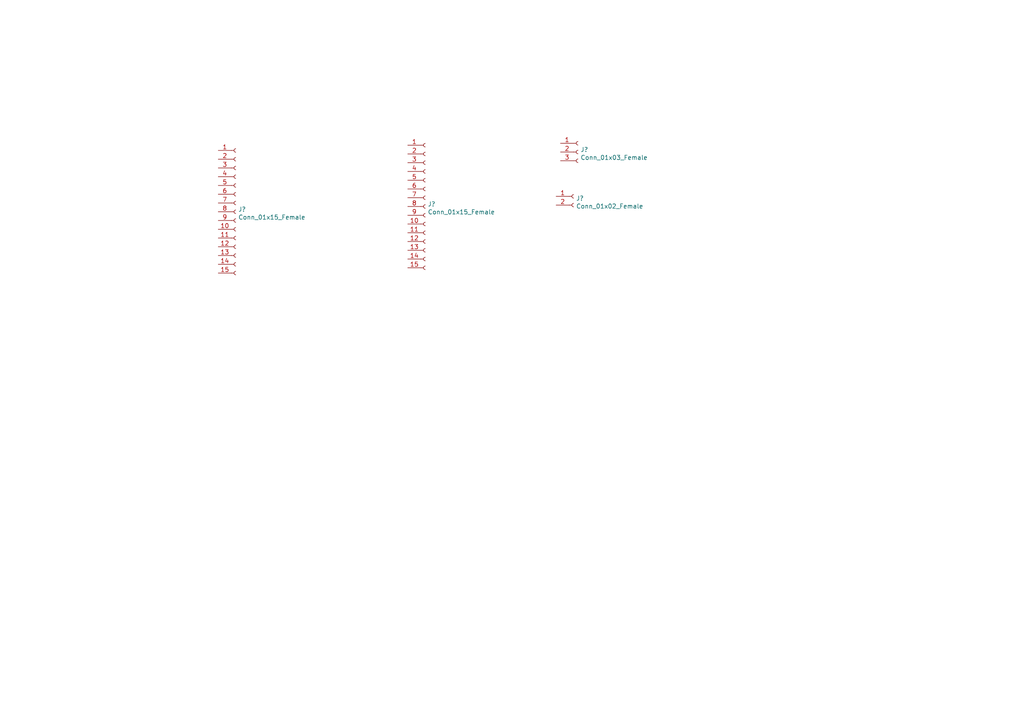
<source format=kicad_sch>
(kicad_sch (version 20200618) (host eeschema "(5.99.0-2284-ga2041073e)")

  (page 1 1)

  (paper "A4")

  (lib_symbols
    (symbol "Connector:Conn_01x02_Female" (pin_names hide)
      (property "Reference" "J" (id 0) (at 0 2.54 0)
        (effects (font (size 1.27 1.27)))
      )
      (property "Value" "Conn_01x02_Female" (id 1) (at 0 -5.08 0)
        (effects (font (size 1.27 1.27)))
      )
      (property "Footprint" "" (id 2) (at 0 0 0)
        (effects (font (size 1.27 1.27)) hide)
      )
      (property "Datasheet" "~" (id 3) (at 0 0 0)
        (effects (font (size 1.27 1.27)) hide)
      )
      (property "ki_keywords" "connector" (id 4) (at 0 0 0)
        (effects (font (size 1.27 1.27)) hide)
      )
      (property "ki_description" "Generic connector, single row, 01x02, script generated (kicad-library-utils/schlib/autogen/connector/)" (id 5) (at 0 0 0)
        (effects (font (size 1.27 1.27)) hide)
      )
      (property "ki_fp_filters" "Connector*:*_1x??_*" (id 6) (at 0 0 0)
        (effects (font (size 1.27 1.27)) hide)
      )
      (symbol "Conn_01x02_Female_1_1"
        (arc (start 0 -2.032) (end 0 -3.048) (radius (at 0 -2.54) (length 0.508) (angles 90.1 -90.1))
          (stroke (width 0.1524)) (fill (type none))
        )
        (arc (start 0 0.508) (end 0 -0.508) (radius (at 0 0) (length 0.508) (angles 90.1 -90.1))
          (stroke (width 0.1524)) (fill (type none))
        )
        (polyline
          (pts (xy -1.27 -2.54) (xy -0.508 -2.54))
          (stroke (width 0.1524)) (fill (type none))
        )
        (polyline
          (pts (xy -1.27 0) (xy -0.508 0))
          (stroke (width 0.1524)) (fill (type none))
        )
        (pin passive line (at -5.08 0 0) (length 3.81)
          (name "Pin_1" (effects (font (size 1.27 1.27))))
          (number "1" (effects (font (size 1.27 1.27))))
        )
        (pin passive line (at -5.08 -2.54 0) (length 3.81)
          (name "Pin_2" (effects (font (size 1.27 1.27))))
          (number "2" (effects (font (size 1.27 1.27))))
        )
      )
    )
    (symbol "Connector:Conn_01x03_Female" (pin_names hide)
      (property "Reference" "J" (id 0) (at 0 5.08 0)
        (effects (font (size 1.27 1.27)))
      )
      (property "Value" "Conn_01x03_Female" (id 1) (at 0 -5.08 0)
        (effects (font (size 1.27 1.27)))
      )
      (property "Footprint" "" (id 2) (at 0 0 0)
        (effects (font (size 1.27 1.27)) hide)
      )
      (property "Datasheet" "~" (id 3) (at 0 0 0)
        (effects (font (size 1.27 1.27)) hide)
      )
      (property "ki_keywords" "connector" (id 4) (at 0 0 0)
        (effects (font (size 1.27 1.27)) hide)
      )
      (property "ki_description" "Generic connector, single row, 01x03, script generated (kicad-library-utils/schlib/autogen/connector/)" (id 5) (at 0 0 0)
        (effects (font (size 1.27 1.27)) hide)
      )
      (property "ki_fp_filters" "Connector*:*_1x??_*" (id 6) (at 0 0 0)
        (effects (font (size 1.27 1.27)) hide)
      )
      (symbol "Conn_01x03_Female_1_1"
        (arc (start 0 -2.032) (end 0 -3.048) (radius (at 0 -2.54) (length 0.508) (angles 90.1 -90.1))
          (stroke (width 0.1524)) (fill (type none))
        )
        (arc (start 0 0.508) (end 0 -0.508) (radius (at 0 0) (length 0.508) (angles 90.1 -90.1))
          (stroke (width 0.1524)) (fill (type none))
        )
        (arc (start 0 3.048) (end 0 2.032) (radius (at 0 2.54) (length 0.508) (angles 90.1 -90.1))
          (stroke (width 0.1524)) (fill (type none))
        )
        (polyline
          (pts (xy -1.27 -2.54) (xy -0.508 -2.54))
          (stroke (width 0.1524)) (fill (type none))
        )
        (polyline
          (pts (xy -1.27 0) (xy -0.508 0))
          (stroke (width 0.1524)) (fill (type none))
        )
        (polyline
          (pts (xy -1.27 2.54) (xy -0.508 2.54))
          (stroke (width 0.1524)) (fill (type none))
        )
        (pin passive line (at -5.08 2.54 0) (length 3.81)
          (name "Pin_1" (effects (font (size 1.27 1.27))))
          (number "1" (effects (font (size 1.27 1.27))))
        )
        (pin passive line (at -5.08 0 0) (length 3.81)
          (name "Pin_2" (effects (font (size 1.27 1.27))))
          (number "2" (effects (font (size 1.27 1.27))))
        )
        (pin passive line (at -5.08 -2.54 0) (length 3.81)
          (name "Pin_3" (effects (font (size 1.27 1.27))))
          (number "3" (effects (font (size 1.27 1.27))))
        )
      )
    )
    (symbol "Connector:Conn_01x15_Female" (pin_names hide)
      (property "Reference" "J" (id 0) (at 0 20.32 0)
        (effects (font (size 1.27 1.27)))
      )
      (property "Value" "Conn_01x15_Female" (id 1) (at 0 -20.32 0)
        (effects (font (size 1.27 1.27)))
      )
      (property "Footprint" "" (id 2) (at 0 0 0)
        (effects (font (size 1.27 1.27)) hide)
      )
      (property "Datasheet" "~" (id 3) (at 0 0 0)
        (effects (font (size 1.27 1.27)) hide)
      )
      (property "ki_keywords" "connector" (id 4) (at 0 0 0)
        (effects (font (size 1.27 1.27)) hide)
      )
      (property "ki_description" "Generic connector, single row, 01x15, script generated (kicad-library-utils/schlib/autogen/connector/)" (id 5) (at 0 0 0)
        (effects (font (size 1.27 1.27)) hide)
      )
      (property "ki_fp_filters" "Connector*:*_1x??_*" (id 6) (at 0 0 0)
        (effects (font (size 1.27 1.27)) hide)
      )
      (symbol "Conn_01x15_Female_1_1"
        (arc (start 0 -17.272) (end 0 -18.288) (radius (at 0 -17.78) (length 0.508) (angles 90.1 -90.1))
          (stroke (width 0.1524)) (fill (type none))
        )
        (arc (start 0 -14.732) (end 0 -15.748) (radius (at 0 -15.24) (length 0.508) (angles 90.1 -90.1))
          (stroke (width 0.1524)) (fill (type none))
        )
        (arc (start 0 -12.192) (end 0 -13.208) (radius (at 0 -12.7) (length 0.508) (angles 90.1 -90.1))
          (stroke (width 0.1524)) (fill (type none))
        )
        (arc (start 0 -9.652) (end 0 -10.668) (radius (at 0 -10.16) (length 0.508) (angles 90.1 -90.1))
          (stroke (width 0.1524)) (fill (type none))
        )
        (arc (start 0 -7.112) (end 0 -8.128) (radius (at 0 -7.62) (length 0.508) (angles 90.1 -90.1))
          (stroke (width 0.1524)) (fill (type none))
        )
        (arc (start 0 -4.572) (end 0 -5.588) (radius (at 0 -5.08) (length 0.508) (angles 90.1 -90.1))
          (stroke (width 0.1524)) (fill (type none))
        )
        (arc (start 0 -2.032) (end 0 -3.048) (radius (at 0 -2.54) (length 0.508) (angles 90.1 -90.1))
          (stroke (width 0.1524)) (fill (type none))
        )
        (arc (start 0 0.508) (end 0 -0.508) (radius (at 0 0) (length 0.508) (angles 90.1 -90.1))
          (stroke (width 0.1524)) (fill (type none))
        )
        (arc (start 0 3.048) (end 0 2.032) (radius (at 0 2.54) (length 0.508) (angles 90.1 -90.1))
          (stroke (width 0.1524)) (fill (type none))
        )
        (arc (start 0 5.588) (end 0 4.572) (radius (at 0 5.08) (length 0.508) (angles 90.1 -90.1))
          (stroke (width 0.1524)) (fill (type none))
        )
        (arc (start 0 8.128) (end 0 7.112) (radius (at 0 7.62) (length 0.508) (angles 90.1 -90.1))
          (stroke (width 0.1524)) (fill (type none))
        )
        (arc (start 0 10.668) (end 0 9.652) (radius (at 0 10.16) (length 0.508) (angles 90.1 -90.1))
          (stroke (width 0.1524)) (fill (type none))
        )
        (arc (start 0 13.208) (end 0 12.192) (radius (at 0 12.7) (length 0.508) (angles 90.1 -90.1))
          (stroke (width 0.1524)) (fill (type none))
        )
        (arc (start 0 15.748) (end 0 14.732) (radius (at 0 15.24) (length 0.508) (angles 90.1 -90.1))
          (stroke (width 0.1524)) (fill (type none))
        )
        (arc (start 0 18.288) (end 0 17.272) (radius (at 0 17.78) (length 0.508) (angles 90.1 -90.1))
          (stroke (width 0.1524)) (fill (type none))
        )
        (polyline
          (pts (xy -1.27 -17.78) (xy -0.508 -17.78))
          (stroke (width 0.1524)) (fill (type none))
        )
        (polyline
          (pts (xy -1.27 -15.24) (xy -0.508 -15.24))
          (stroke (width 0.1524)) (fill (type none))
        )
        (polyline
          (pts (xy -1.27 -12.7) (xy -0.508 -12.7))
          (stroke (width 0.1524)) (fill (type none))
        )
        (polyline
          (pts (xy -1.27 -10.16) (xy -0.508 -10.16))
          (stroke (width 0.1524)) (fill (type none))
        )
        (polyline
          (pts (xy -1.27 -7.62) (xy -0.508 -7.62))
          (stroke (width 0.1524)) (fill (type none))
        )
        (polyline
          (pts (xy -1.27 -5.08) (xy -0.508 -5.08))
          (stroke (width 0.1524)) (fill (type none))
        )
        (polyline
          (pts (xy -1.27 -2.54) (xy -0.508 -2.54))
          (stroke (width 0.1524)) (fill (type none))
        )
        (polyline
          (pts (xy -1.27 0) (xy -0.508 0))
          (stroke (width 0.1524)) (fill (type none))
        )
        (polyline
          (pts (xy -1.27 2.54) (xy -0.508 2.54))
          (stroke (width 0.1524)) (fill (type none))
        )
        (polyline
          (pts (xy -1.27 5.08) (xy -0.508 5.08))
          (stroke (width 0.1524)) (fill (type none))
        )
        (polyline
          (pts (xy -1.27 7.62) (xy -0.508 7.62))
          (stroke (width 0.1524)) (fill (type none))
        )
        (polyline
          (pts (xy -1.27 10.16) (xy -0.508 10.16))
          (stroke (width 0.1524)) (fill (type none))
        )
        (polyline
          (pts (xy -1.27 12.7) (xy -0.508 12.7))
          (stroke (width 0.1524)) (fill (type none))
        )
        (polyline
          (pts (xy -1.27 15.24) (xy -0.508 15.24))
          (stroke (width 0.1524)) (fill (type none))
        )
        (polyline
          (pts (xy -1.27 17.78) (xy -0.508 17.78))
          (stroke (width 0.1524)) (fill (type none))
        )
        (pin passive line (at -5.08 17.78 0) (length 3.81)
          (name "Pin_1" (effects (font (size 1.27 1.27))))
          (number "1" (effects (font (size 1.27 1.27))))
        )
        (pin passive line (at -5.08 -5.08 0) (length 3.81)
          (name "Pin_10" (effects (font (size 1.27 1.27))))
          (number "10" (effects (font (size 1.27 1.27))))
        )
        (pin passive line (at -5.08 -7.62 0) (length 3.81)
          (name "Pin_11" (effects (font (size 1.27 1.27))))
          (number "11" (effects (font (size 1.27 1.27))))
        )
        (pin passive line (at -5.08 -10.16 0) (length 3.81)
          (name "Pin_12" (effects (font (size 1.27 1.27))))
          (number "12" (effects (font (size 1.27 1.27))))
        )
        (pin passive line (at -5.08 -12.7 0) (length 3.81)
          (name "Pin_13" (effects (font (size 1.27 1.27))))
          (number "13" (effects (font (size 1.27 1.27))))
        )
        (pin passive line (at -5.08 -15.24 0) (length 3.81)
          (name "Pin_14" (effects (font (size 1.27 1.27))))
          (number "14" (effects (font (size 1.27 1.27))))
        )
        (pin passive line (at -5.08 -17.78 0) (length 3.81)
          (name "Pin_15" (effects (font (size 1.27 1.27))))
          (number "15" (effects (font (size 1.27 1.27))))
        )
        (pin passive line (at -5.08 15.24 0) (length 3.81)
          (name "Pin_2" (effects (font (size 1.27 1.27))))
          (number "2" (effects (font (size 1.27 1.27))))
        )
        (pin passive line (at -5.08 12.7 0) (length 3.81)
          (name "Pin_3" (effects (font (size 1.27 1.27))))
          (number "3" (effects (font (size 1.27 1.27))))
        )
        (pin passive line (at -5.08 10.16 0) (length 3.81)
          (name "Pin_4" (effects (font (size 1.27 1.27))))
          (number "4" (effects (font (size 1.27 1.27))))
        )
        (pin passive line (at -5.08 7.62 0) (length 3.81)
          (name "Pin_5" (effects (font (size 1.27 1.27))))
          (number "5" (effects (font (size 1.27 1.27))))
        )
        (pin passive line (at -5.08 5.08 0) (length 3.81)
          (name "Pin_6" (effects (font (size 1.27 1.27))))
          (number "6" (effects (font (size 1.27 1.27))))
        )
        (pin passive line (at -5.08 2.54 0) (length 3.81)
          (name "Pin_7" (effects (font (size 1.27 1.27))))
          (number "7" (effects (font (size 1.27 1.27))))
        )
        (pin passive line (at -5.08 0 0) (length 3.81)
          (name "Pin_8" (effects (font (size 1.27 1.27))))
          (number "8" (effects (font (size 1.27 1.27))))
        )
        (pin passive line (at -5.08 -2.54 0) (length 3.81)
          (name "Pin_9" (effects (font (size 1.27 1.27))))
          (number "9" (effects (font (size 1.27 1.27))))
        )
      )
    )
  )


  (symbol (lib_id "Connector:Conn_01x02_Female") (at 166.37 56.9468 0) (unit 1)
    (in_bom yes) (on_board yes)
    (uuid "08579c87-aa00-4486-aa18-0281ec0f5beb")
    (property "Reference" "J?" (id 0) (at 167.0813 57.5246 0)
      (effects (font (size 1.27 1.27)) (justify left))
    )
    (property "Value" "Conn_01x02_Female" (id 1) (at 167.0813 59.8233 0)
      (effects (font (size 1.27 1.27)) (justify left))
    )
    (property "Footprint" "" (id 2) (at 166.37 56.9468 0)
      (effects (font (size 1.27 1.27)) hide)
    )
    (property "Datasheet" "~" (id 3) (at 166.37 56.9468 0)
      (effects (font (size 1.27 1.27)) hide)
    )
  )

  (symbol (lib_id "Connector:Conn_01x03_Female") (at 167.64 44.0944 0) (unit 1)
    (in_bom yes) (on_board yes)
    (uuid "5c7171cc-634c-48b4-97fe-53dbce3deae9")
    (property "Reference" "J?" (id 0) (at 168.3513 43.4022 0)
      (effects (font (size 1.27 1.27)) (justify left))
    )
    (property "Value" "Conn_01x03_Female" (id 1) (at 168.3513 45.7009 0)
      (effects (font (size 1.27 1.27)) (justify left))
    )
    (property "Footprint" "" (id 2) (at 167.64 44.0944 0)
      (effects (font (size 1.27 1.27)) hide)
    )
    (property "Datasheet" "~" (id 3) (at 167.64 44.0944 0)
      (effects (font (size 1.27 1.27)) hide)
    )
  )

  (symbol (lib_id "Connector:Conn_01x15_Female") (at 68.3768 61.4172 0) (unit 1)
    (in_bom yes) (on_board yes)
    (uuid "bc907d07-3d1b-41af-844b-257be792e6d7")
    (property "Reference" "J?" (id 0) (at 69.0881 60.725 0)
      (effects (font (size 1.27 1.27)) (justify left))
    )
    (property "Value" "Conn_01x15_Female" (id 1) (at 69.0881 63.0237 0)
      (effects (font (size 1.27 1.27)) (justify left))
    )
    (property "Footprint" "" (id 2) (at 68.3768 61.4172 0)
      (effects (font (size 1.27 1.27)) hide)
    )
    (property "Datasheet" "~" (id 3) (at 68.3768 61.4172 0)
      (effects (font (size 1.27 1.27)) hide)
    )
  )

  (symbol (lib_id "Connector:Conn_01x15_Female") (at 123.3424 59.8932 0) (unit 1)
    (in_bom yes) (on_board yes)
    (uuid "0d4cea35-2935-4d1a-955c-3db4234fdd29")
    (property "Reference" "J?" (id 0) (at 124.0537 59.201 0)
      (effects (font (size 1.27 1.27)) (justify left))
    )
    (property "Value" "Conn_01x15_Female" (id 1) (at 124.0537 61.4997 0)
      (effects (font (size 1.27 1.27)) (justify left))
    )
    (property "Footprint" "" (id 2) (at 123.3424 59.8932 0)
      (effects (font (size 1.27 1.27)) hide)
    )
    (property "Datasheet" "~" (id 3) (at 123.3424 59.8932 0)
      (effects (font (size 1.27 1.27)) hide)
    )
  )

  (symbol_instances
    (path "/08579c87-aa00-4486-aa18-0281ec0f5beb"
      (reference "J?") (unit 1)
    )
    (path "/0d4cea35-2935-4d1a-955c-3db4234fdd29"
      (reference "J?") (unit 1)
    )
    (path "/5c7171cc-634c-48b4-97fe-53dbce3deae9"
      (reference "J?") (unit 1)
    )
    (path "/bc907d07-3d1b-41af-844b-257be792e6d7"
      (reference "J?") (unit 1)
    )
  )
)

</source>
